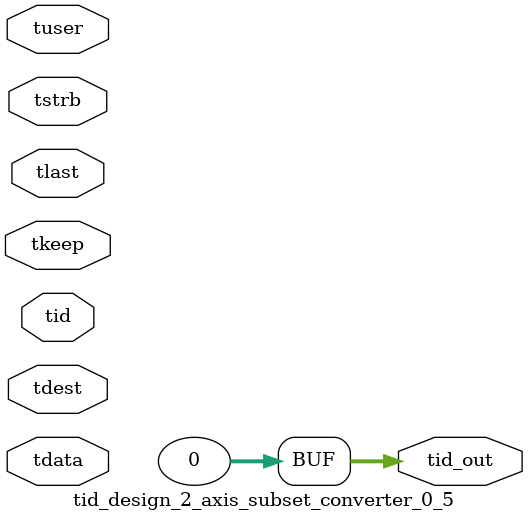
<source format=v>


`timescale 1ps/1ps

module tid_design_2_axis_subset_converter_0_5 #
(
parameter C_S_AXIS_TID_WIDTH   = 1,
parameter C_S_AXIS_TUSER_WIDTH = 0,
parameter C_S_AXIS_TDATA_WIDTH = 0,
parameter C_S_AXIS_TDEST_WIDTH = 0,
parameter C_M_AXIS_TID_WIDTH   = 32
)
(
input  [(C_S_AXIS_TID_WIDTH   == 0 ? 1 : C_S_AXIS_TID_WIDTH)-1:0       ] tid,
input  [(C_S_AXIS_TDATA_WIDTH == 0 ? 1 : C_S_AXIS_TDATA_WIDTH)-1:0     ] tdata,
input  [(C_S_AXIS_TUSER_WIDTH == 0 ? 1 : C_S_AXIS_TUSER_WIDTH)-1:0     ] tuser,
input  [(C_S_AXIS_TDEST_WIDTH == 0 ? 1 : C_S_AXIS_TDEST_WIDTH)-1:0     ] tdest,
input  [(C_S_AXIS_TDATA_WIDTH/8)-1:0 ] tkeep,
input  [(C_S_AXIS_TDATA_WIDTH/8)-1:0 ] tstrb,
input                                                                    tlast,
output [(C_M_AXIS_TID_WIDTH   == 0 ? 1 : C_M_AXIS_TID_WIDTH)-1:0       ] tid_out
);

assign tid_out = {1'b0};

endmodule


</source>
